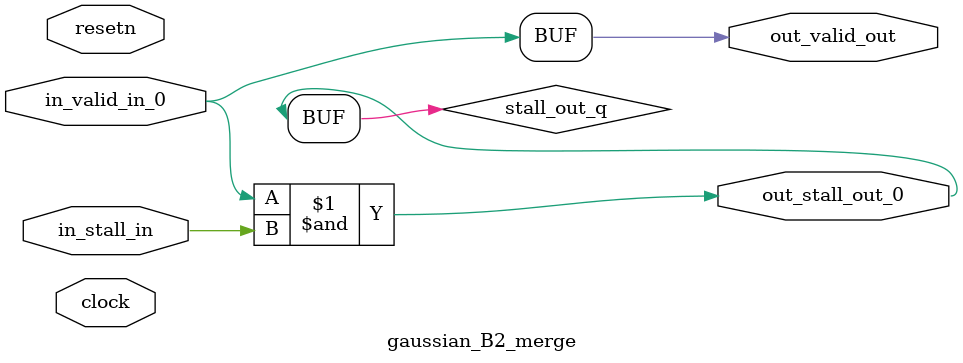
<source format=sv>



(* altera_attribute = "-name AUTO_SHIFT_REGISTER_RECOGNITION OFF; -name MESSAGE_DISABLE 10036; -name MESSAGE_DISABLE 10037; -name MESSAGE_DISABLE 14130; -name MESSAGE_DISABLE 14320; -name MESSAGE_DISABLE 15400; -name MESSAGE_DISABLE 14130; -name MESSAGE_DISABLE 10036; -name MESSAGE_DISABLE 12020; -name MESSAGE_DISABLE 12030; -name MESSAGE_DISABLE 12010; -name MESSAGE_DISABLE 12110; -name MESSAGE_DISABLE 14320; -name MESSAGE_DISABLE 13410; -name MESSAGE_DISABLE 113007; -name MESSAGE_DISABLE 10958" *)
module gaussian_B2_merge (
    input wire [0:0] in_stall_in,
    input wire [0:0] in_valid_in_0,
    output wire [0:0] out_stall_out_0,
    output wire [0:0] out_valid_out,
    input wire clock,
    input wire resetn
    );

    wire [0:0] stall_out_q;


    // stall_out(LOGICAL,6)
    assign stall_out_q = in_valid_in_0 & in_stall_in;

    // out_stall_out_0(GPOUT,4)
    assign out_stall_out_0 = stall_out_q;

    // out_valid_out(GPOUT,5)
    assign out_valid_out = in_valid_in_0;

endmodule

</source>
